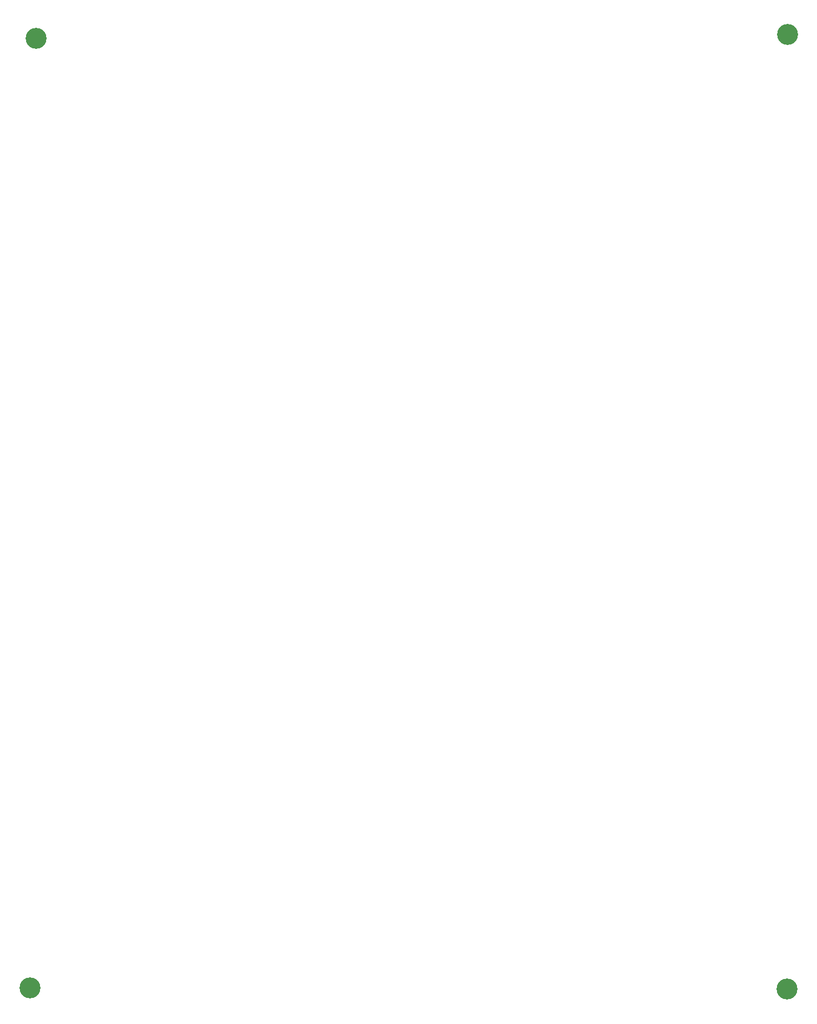
<source format=gts>
G04 #@! TF.GenerationSoftware,KiCad,Pcbnew,7.0.10*
G04 #@! TF.CreationDate,2024-02-18T18:29:19+01:00*
G04 #@! TF.ProjectId,hackerspacesnl,6861636b-6572-4737-9061-6365736e6c2e,rev?*
G04 #@! TF.SameCoordinates,Original*
G04 #@! TF.FileFunction,Soldermask,Top*
G04 #@! TF.FilePolarity,Negative*
%FSLAX46Y46*%
G04 Gerber Fmt 4.6, Leading zero omitted, Abs format (unit mm)*
G04 Created by KiCad (PCBNEW 7.0.10) date 2024-02-18 18:29:19*
%MOMM*%
%LPD*%
G01*
G04 APERTURE LIST*
%ADD10C,3.200000*%
G04 APERTURE END LIST*
D10*
X40137080Y-36520120D03*
X154680920Y-35991800D03*
X154650440Y-181427120D03*
X39222680Y-181249320D03*
M02*

</source>
